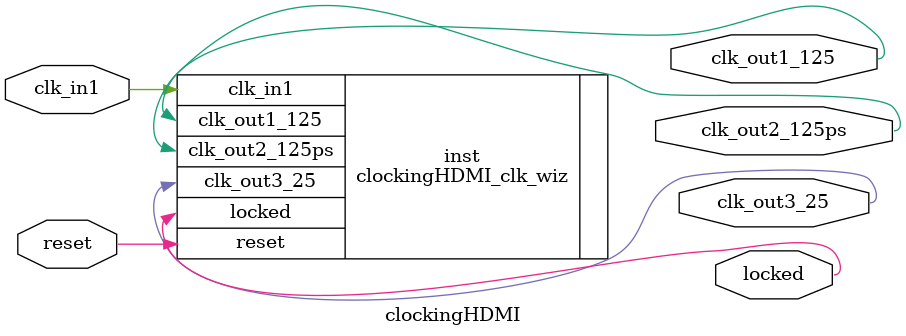
<source format=v>


`timescale 1ps/1ps

(* CORE_GENERATION_INFO = "clockingHDMI,clk_wiz_v6_0_13_0_0,{component_name=clockingHDMI,use_phase_alignment=true,use_min_o_jitter=false,use_max_i_jitter=false,use_dyn_phase_shift=false,use_inclk_switchover=false,use_dyn_reconfig=false,enable_axi=0,feedback_source=FDBK_AUTO,PRIMITIVE=MMCM,num_out_clk=3,clkin1_period=10.000,clkin2_period=10.000,use_power_down=false,use_reset=true,use_locked=true,use_inclk_stopped=false,feedback_type=SINGLE,CLOCK_MGR_TYPE=NA,manual_override=false}" *)

module clockingHDMI 
 (
  // Clock out ports
  output        clk_out1_125,
  output        clk_out2_125ps,
  output        clk_out3_25,
  // Status and control signals
  input         reset,
  output        locked,
 // Clock in ports
  input         clk_in1
 );

  clockingHDMI_clk_wiz inst
  (
  // Clock out ports  
  .clk_out1_125(clk_out1_125),
  .clk_out2_125ps(clk_out2_125ps),
  .clk_out3_25(clk_out3_25),
  // Status and control signals               
  .reset(reset), 
  .locked(locked),
 // Clock in ports
  .clk_in1(clk_in1)
  );

endmodule

</source>
